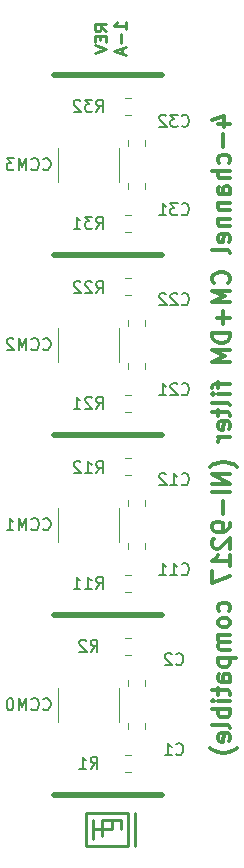
<source format=gbr>
G04 #@! TF.GenerationSoftware,KiCad,Pcbnew,(5.99.0-7355-g8781ce7efb)*
G04 #@! TF.CreationDate,2021-03-09T10:35:05+01:00*
G04 #@! TF.ProjectId,NI9217Filter,4e493932-3137-4466-996c-7465722e6b69,rev?*
G04 #@! TF.SameCoordinates,Original*
G04 #@! TF.FileFunction,Legend,Bot*
G04 #@! TF.FilePolarity,Positive*
%FSLAX46Y46*%
G04 Gerber Fmt 4.6, Leading zero omitted, Abs format (unit mm)*
G04 Created by KiCad (PCBNEW (5.99.0-7355-g8781ce7efb)) date 2021-03-09 10:35:05*
%MOMM*%
%LPD*%
G01*
G04 APERTURE LIST*
%ADD10C,0.500000*%
%ADD11C,0.250000*%
%ADD12C,0.300000*%
%ADD13C,0.150000*%
%ADD14C,0.120000*%
G04 APERTURE END LIST*
D10*
X140716000Y-132080000D02*
X149860000Y-132080000D01*
X140716000Y-116840000D02*
X149860000Y-116840000D01*
X140716000Y-101600000D02*
X149860000Y-101600000D01*
X140716000Y-86360000D02*
X149860000Y-86360000D01*
X140716000Y-71120000D02*
X149860000Y-71120000D01*
D11*
X145600000Y-135000000D02*
X145600000Y-134200000D01*
X144800000Y-135000000D02*
X144800000Y-135600000D01*
X144800000Y-134200000D02*
X146400000Y-134200000D01*
X143400000Y-136400000D02*
X143400000Y-133600000D01*
X146400000Y-134200000D02*
X146400000Y-135000000D01*
X147000000Y-133600000D02*
X147000000Y-136400000D01*
X144800000Y-135000000D02*
X144800000Y-134200000D01*
X144000000Y-135800000D02*
X144000000Y-134200000D01*
X143400000Y-133600000D02*
X147000000Y-133600000D01*
X144800000Y-135000000D02*
X145600000Y-135000000D01*
X147000000Y-136400000D02*
X143400000Y-136400000D01*
X144000000Y-135000000D02*
X144800000Y-135000000D01*
X147600000Y-136400000D02*
X147600000Y-133600000D01*
X145147380Y-67428571D02*
X144671190Y-67095238D01*
X145147380Y-66857142D02*
X144147380Y-66857142D01*
X144147380Y-67238095D01*
X144195000Y-67333333D01*
X144242619Y-67380952D01*
X144337857Y-67428571D01*
X144480714Y-67428571D01*
X144575952Y-67380952D01*
X144623571Y-67333333D01*
X144671190Y-67238095D01*
X144671190Y-66857142D01*
X144623571Y-67857142D02*
X144623571Y-68190476D01*
X145147380Y-68333333D02*
X145147380Y-67857142D01*
X144147380Y-67857142D01*
X144147380Y-68333333D01*
X144147380Y-68619047D02*
X145147380Y-68952380D01*
X144147380Y-69285714D01*
X146757380Y-67238095D02*
X146757380Y-66666666D01*
X146757380Y-66952380D02*
X145757380Y-66952380D01*
X145900238Y-66857142D01*
X145995476Y-66761904D01*
X146043095Y-66666666D01*
X146376428Y-67666666D02*
X146376428Y-68428571D01*
X146471666Y-68857142D02*
X146471666Y-69333333D01*
X146757380Y-68761904D02*
X145757380Y-69095238D01*
X146757380Y-69428571D01*
D12*
X154618571Y-75314285D02*
X155618571Y-75314285D01*
X154047142Y-74957142D02*
X155118571Y-74600000D01*
X155118571Y-75528571D01*
X155047142Y-76100000D02*
X155047142Y-77242857D01*
X155547142Y-78600000D02*
X155618571Y-78457142D01*
X155618571Y-78171428D01*
X155547142Y-78028571D01*
X155475714Y-77957142D01*
X155332857Y-77885714D01*
X154904285Y-77885714D01*
X154761428Y-77957142D01*
X154690000Y-78028571D01*
X154618571Y-78171428D01*
X154618571Y-78457142D01*
X154690000Y-78600000D01*
X155618571Y-79242857D02*
X154118571Y-79242857D01*
X155618571Y-79885714D02*
X154832857Y-79885714D01*
X154690000Y-79814285D01*
X154618571Y-79671428D01*
X154618571Y-79457142D01*
X154690000Y-79314285D01*
X154761428Y-79242857D01*
X155618571Y-81242857D02*
X154832857Y-81242857D01*
X154690000Y-81171428D01*
X154618571Y-81028571D01*
X154618571Y-80742857D01*
X154690000Y-80600000D01*
X155547142Y-81242857D02*
X155618571Y-81100000D01*
X155618571Y-80742857D01*
X155547142Y-80600000D01*
X155404285Y-80528571D01*
X155261428Y-80528571D01*
X155118571Y-80600000D01*
X155047142Y-80742857D01*
X155047142Y-81100000D01*
X154975714Y-81242857D01*
X154618571Y-81957142D02*
X155618571Y-81957142D01*
X154761428Y-81957142D02*
X154690000Y-82028571D01*
X154618571Y-82171428D01*
X154618571Y-82385714D01*
X154690000Y-82528571D01*
X154832857Y-82600000D01*
X155618571Y-82600000D01*
X154618571Y-83314285D02*
X155618571Y-83314285D01*
X154761428Y-83314285D02*
X154690000Y-83385714D01*
X154618571Y-83528571D01*
X154618571Y-83742857D01*
X154690000Y-83885714D01*
X154832857Y-83957142D01*
X155618571Y-83957142D01*
X155547142Y-85242857D02*
X155618571Y-85100000D01*
X155618571Y-84814285D01*
X155547142Y-84671428D01*
X155404285Y-84600000D01*
X154832857Y-84600000D01*
X154690000Y-84671428D01*
X154618571Y-84814285D01*
X154618571Y-85100000D01*
X154690000Y-85242857D01*
X154832857Y-85314285D01*
X154975714Y-85314285D01*
X155118571Y-84600000D01*
X155618571Y-86171428D02*
X155547142Y-86028571D01*
X155404285Y-85957142D01*
X154118571Y-85957142D01*
X155475714Y-88742857D02*
X155547142Y-88671428D01*
X155618571Y-88457142D01*
X155618571Y-88314285D01*
X155547142Y-88100000D01*
X155404285Y-87957142D01*
X155261428Y-87885714D01*
X154975714Y-87814285D01*
X154761428Y-87814285D01*
X154475714Y-87885714D01*
X154332857Y-87957142D01*
X154190000Y-88100000D01*
X154118571Y-88314285D01*
X154118571Y-88457142D01*
X154190000Y-88671428D01*
X154261428Y-88742857D01*
X155618571Y-89385714D02*
X154118571Y-89385714D01*
X155190000Y-89885714D01*
X154118571Y-90385714D01*
X155618571Y-90385714D01*
X155047142Y-91100000D02*
X155047142Y-92242857D01*
X155618571Y-91671428D02*
X154475714Y-91671428D01*
X155618571Y-92957142D02*
X154118571Y-92957142D01*
X154118571Y-93314285D01*
X154190000Y-93528571D01*
X154332857Y-93671428D01*
X154475714Y-93742857D01*
X154761428Y-93814285D01*
X154975714Y-93814285D01*
X155261428Y-93742857D01*
X155404285Y-93671428D01*
X155547142Y-93528571D01*
X155618571Y-93314285D01*
X155618571Y-92957142D01*
X155618571Y-94457142D02*
X154118571Y-94457142D01*
X155190000Y-94957142D01*
X154118571Y-95457142D01*
X155618571Y-95457142D01*
X154618571Y-97100000D02*
X154618571Y-97671428D01*
X155618571Y-97314285D02*
X154332857Y-97314285D01*
X154190000Y-97385714D01*
X154118571Y-97528571D01*
X154118571Y-97671428D01*
X155618571Y-98171428D02*
X154618571Y-98171428D01*
X154118571Y-98171428D02*
X154190000Y-98100000D01*
X154261428Y-98171428D01*
X154190000Y-98242857D01*
X154118571Y-98171428D01*
X154261428Y-98171428D01*
X155618571Y-99100000D02*
X155547142Y-98957142D01*
X155404285Y-98885714D01*
X154118571Y-98885714D01*
X154618571Y-99457142D02*
X154618571Y-100028571D01*
X154118571Y-99671428D02*
X155404285Y-99671428D01*
X155547142Y-99742857D01*
X155618571Y-99885714D01*
X155618571Y-100028571D01*
X155547142Y-101100000D02*
X155618571Y-100957142D01*
X155618571Y-100671428D01*
X155547142Y-100528571D01*
X155404285Y-100457142D01*
X154832857Y-100457142D01*
X154690000Y-100528571D01*
X154618571Y-100671428D01*
X154618571Y-100957142D01*
X154690000Y-101100000D01*
X154832857Y-101171428D01*
X154975714Y-101171428D01*
X155118571Y-100457142D01*
X155618571Y-101814285D02*
X154618571Y-101814285D01*
X154904285Y-101814285D02*
X154761428Y-101885714D01*
X154690000Y-101957142D01*
X154618571Y-102100000D01*
X154618571Y-102242857D01*
X156190000Y-104314285D02*
X156118571Y-104242857D01*
X155904285Y-104100000D01*
X155761428Y-104028571D01*
X155547142Y-103957142D01*
X155190000Y-103885714D01*
X154904285Y-103885714D01*
X154547142Y-103957142D01*
X154332857Y-104028571D01*
X154190000Y-104100000D01*
X153975714Y-104242857D01*
X153904285Y-104314285D01*
X155618571Y-104885714D02*
X154118571Y-104885714D01*
X155618571Y-105742857D01*
X154118571Y-105742857D01*
X155618571Y-106457142D02*
X154118571Y-106457142D01*
X155047142Y-107171428D02*
X155047142Y-108314285D01*
X155618571Y-109100000D02*
X155618571Y-109385714D01*
X155547142Y-109528571D01*
X155475714Y-109600000D01*
X155261428Y-109742857D01*
X154975714Y-109814285D01*
X154404285Y-109814285D01*
X154261428Y-109742857D01*
X154190000Y-109671428D01*
X154118571Y-109528571D01*
X154118571Y-109242857D01*
X154190000Y-109100000D01*
X154261428Y-109028571D01*
X154404285Y-108957142D01*
X154761428Y-108957142D01*
X154904285Y-109028571D01*
X154975714Y-109100000D01*
X155047142Y-109242857D01*
X155047142Y-109528571D01*
X154975714Y-109671428D01*
X154904285Y-109742857D01*
X154761428Y-109814285D01*
X154261428Y-110385714D02*
X154190000Y-110457142D01*
X154118571Y-110600000D01*
X154118571Y-110957142D01*
X154190000Y-111100000D01*
X154261428Y-111171428D01*
X154404285Y-111242857D01*
X154547142Y-111242857D01*
X154761428Y-111171428D01*
X155618571Y-110314285D01*
X155618571Y-111242857D01*
X155618571Y-112671428D02*
X155618571Y-111814285D01*
X155618571Y-112242857D02*
X154118571Y-112242857D01*
X154332857Y-112100000D01*
X154475714Y-111957142D01*
X154547142Y-111814285D01*
X154118571Y-113171428D02*
X154118571Y-114171428D01*
X155618571Y-113528571D01*
X155547142Y-116528571D02*
X155618571Y-116385714D01*
X155618571Y-116100000D01*
X155547142Y-115957142D01*
X155475714Y-115885714D01*
X155332857Y-115814285D01*
X154904285Y-115814285D01*
X154761428Y-115885714D01*
X154690000Y-115957142D01*
X154618571Y-116100000D01*
X154618571Y-116385714D01*
X154690000Y-116528571D01*
X155618571Y-117385714D02*
X155547142Y-117242857D01*
X155475714Y-117171428D01*
X155332857Y-117100000D01*
X154904285Y-117100000D01*
X154761428Y-117171428D01*
X154690000Y-117242857D01*
X154618571Y-117385714D01*
X154618571Y-117600000D01*
X154690000Y-117742857D01*
X154761428Y-117814285D01*
X154904285Y-117885714D01*
X155332857Y-117885714D01*
X155475714Y-117814285D01*
X155547142Y-117742857D01*
X155618571Y-117600000D01*
X155618571Y-117385714D01*
X155618571Y-118528571D02*
X154618571Y-118528571D01*
X154761428Y-118528571D02*
X154690000Y-118600000D01*
X154618571Y-118742857D01*
X154618571Y-118957142D01*
X154690000Y-119100000D01*
X154832857Y-119171428D01*
X155618571Y-119171428D01*
X154832857Y-119171428D02*
X154690000Y-119242857D01*
X154618571Y-119385714D01*
X154618571Y-119600000D01*
X154690000Y-119742857D01*
X154832857Y-119814285D01*
X155618571Y-119814285D01*
X154618571Y-120528571D02*
X156118571Y-120528571D01*
X154690000Y-120528571D02*
X154618571Y-120671428D01*
X154618571Y-120957142D01*
X154690000Y-121100000D01*
X154761428Y-121171428D01*
X154904285Y-121242857D01*
X155332857Y-121242857D01*
X155475714Y-121171428D01*
X155547142Y-121100000D01*
X155618571Y-120957142D01*
X155618571Y-120671428D01*
X155547142Y-120528571D01*
X155618571Y-122528571D02*
X154832857Y-122528571D01*
X154690000Y-122457142D01*
X154618571Y-122314285D01*
X154618571Y-122028571D01*
X154690000Y-121885714D01*
X155547142Y-122528571D02*
X155618571Y-122385714D01*
X155618571Y-122028571D01*
X155547142Y-121885714D01*
X155404285Y-121814285D01*
X155261428Y-121814285D01*
X155118571Y-121885714D01*
X155047142Y-122028571D01*
X155047142Y-122385714D01*
X154975714Y-122528571D01*
X154618571Y-123028571D02*
X154618571Y-123600000D01*
X154118571Y-123242857D02*
X155404285Y-123242857D01*
X155547142Y-123314285D01*
X155618571Y-123457142D01*
X155618571Y-123600000D01*
X155618571Y-124100000D02*
X154618571Y-124100000D01*
X154118571Y-124100000D02*
X154190000Y-124028571D01*
X154261428Y-124100000D01*
X154190000Y-124171428D01*
X154118571Y-124100000D01*
X154261428Y-124100000D01*
X155618571Y-124814285D02*
X154118571Y-124814285D01*
X154690000Y-124814285D02*
X154618571Y-124957142D01*
X154618571Y-125242857D01*
X154690000Y-125385714D01*
X154761428Y-125457142D01*
X154904285Y-125528571D01*
X155332857Y-125528571D01*
X155475714Y-125457142D01*
X155547142Y-125385714D01*
X155618571Y-125242857D01*
X155618571Y-124957142D01*
X155547142Y-124814285D01*
X155618571Y-126385714D02*
X155547142Y-126242857D01*
X155404285Y-126171428D01*
X154118571Y-126171428D01*
X155547142Y-127528571D02*
X155618571Y-127385714D01*
X155618571Y-127100000D01*
X155547142Y-126957142D01*
X155404285Y-126885714D01*
X154832857Y-126885714D01*
X154690000Y-126957142D01*
X154618571Y-127100000D01*
X154618571Y-127385714D01*
X154690000Y-127528571D01*
X154832857Y-127600000D01*
X154975714Y-127600000D01*
X155118571Y-126885714D01*
X156190000Y-128100000D02*
X156118571Y-128171428D01*
X155904285Y-128314285D01*
X155761428Y-128385714D01*
X155547142Y-128457142D01*
X155190000Y-128528571D01*
X154904285Y-128528571D01*
X154547142Y-128457142D01*
X154332857Y-128385714D01*
X154190000Y-128314285D01*
X153975714Y-128171428D01*
X153904285Y-128100000D01*
D13*
X143803666Y-129865380D02*
X144137000Y-129389190D01*
X144375095Y-129865380D02*
X144375095Y-128865380D01*
X143994142Y-128865380D01*
X143898904Y-128913000D01*
X143851285Y-128960619D01*
X143803666Y-129055857D01*
X143803666Y-129198714D01*
X143851285Y-129293952D01*
X143898904Y-129341571D01*
X143994142Y-129389190D01*
X144375095Y-129389190D01*
X142851285Y-129865380D02*
X143422714Y-129865380D01*
X143137000Y-129865380D02*
X143137000Y-128865380D01*
X143232238Y-129008238D01*
X143327476Y-129103476D01*
X143422714Y-129151095D01*
X151042666Y-128627142D02*
X151090285Y-128674761D01*
X151233142Y-128722380D01*
X151328380Y-128722380D01*
X151471238Y-128674761D01*
X151566476Y-128579523D01*
X151614095Y-128484285D01*
X151661714Y-128293809D01*
X151661714Y-128150952D01*
X151614095Y-127960476D01*
X151566476Y-127865238D01*
X151471238Y-127770000D01*
X151328380Y-127722380D01*
X151233142Y-127722380D01*
X151090285Y-127770000D01*
X151042666Y-127817619D01*
X150090285Y-128722380D02*
X150661714Y-128722380D01*
X150376000Y-128722380D02*
X150376000Y-127722380D01*
X150471238Y-127865238D01*
X150566476Y-127960476D01*
X150661714Y-128008095D01*
X151042666Y-121007142D02*
X151090285Y-121054761D01*
X151233142Y-121102380D01*
X151328380Y-121102380D01*
X151471238Y-121054761D01*
X151566476Y-120959523D01*
X151614095Y-120864285D01*
X151661714Y-120673809D01*
X151661714Y-120530952D01*
X151614095Y-120340476D01*
X151566476Y-120245238D01*
X151471238Y-120150000D01*
X151328380Y-120102380D01*
X151233142Y-120102380D01*
X151090285Y-120150000D01*
X151042666Y-120197619D01*
X150661714Y-120197619D02*
X150614095Y-120150000D01*
X150518857Y-120102380D01*
X150280761Y-120102380D01*
X150185523Y-120150000D01*
X150137904Y-120197619D01*
X150090285Y-120292857D01*
X150090285Y-120388095D01*
X150137904Y-120530952D01*
X150709333Y-121102380D01*
X150090285Y-121102380D01*
X139795095Y-124817142D02*
X139842714Y-124864761D01*
X139985571Y-124912380D01*
X140080809Y-124912380D01*
X140223666Y-124864761D01*
X140318904Y-124769523D01*
X140366523Y-124674285D01*
X140414142Y-124483809D01*
X140414142Y-124340952D01*
X140366523Y-124150476D01*
X140318904Y-124055238D01*
X140223666Y-123960000D01*
X140080809Y-123912380D01*
X139985571Y-123912380D01*
X139842714Y-123960000D01*
X139795095Y-124007619D01*
X138795095Y-124817142D02*
X138842714Y-124864761D01*
X138985571Y-124912380D01*
X139080809Y-124912380D01*
X139223666Y-124864761D01*
X139318904Y-124769523D01*
X139366523Y-124674285D01*
X139414142Y-124483809D01*
X139414142Y-124340952D01*
X139366523Y-124150476D01*
X139318904Y-124055238D01*
X139223666Y-123960000D01*
X139080809Y-123912380D01*
X138985571Y-123912380D01*
X138842714Y-123960000D01*
X138795095Y-124007619D01*
X138366523Y-124912380D02*
X138366523Y-123912380D01*
X138033190Y-124626666D01*
X137699857Y-123912380D01*
X137699857Y-124912380D01*
X137033190Y-123912380D02*
X136937952Y-123912380D01*
X136842714Y-123960000D01*
X136795095Y-124007619D01*
X136747476Y-124102857D01*
X136699857Y-124293333D01*
X136699857Y-124531428D01*
X136747476Y-124721904D01*
X136795095Y-124817142D01*
X136842714Y-124864761D01*
X136937952Y-124912380D01*
X137033190Y-124912380D01*
X137128428Y-124864761D01*
X137176047Y-124817142D01*
X137223666Y-124721904D01*
X137271285Y-124531428D01*
X137271285Y-124293333D01*
X137223666Y-124102857D01*
X137176047Y-124007619D01*
X137128428Y-123960000D01*
X137033190Y-123912380D01*
X139795095Y-109577142D02*
X139842714Y-109624761D01*
X139985571Y-109672380D01*
X140080809Y-109672380D01*
X140223666Y-109624761D01*
X140318904Y-109529523D01*
X140366523Y-109434285D01*
X140414142Y-109243809D01*
X140414142Y-109100952D01*
X140366523Y-108910476D01*
X140318904Y-108815238D01*
X140223666Y-108720000D01*
X140080809Y-108672380D01*
X139985571Y-108672380D01*
X139842714Y-108720000D01*
X139795095Y-108767619D01*
X138795095Y-109577142D02*
X138842714Y-109624761D01*
X138985571Y-109672380D01*
X139080809Y-109672380D01*
X139223666Y-109624761D01*
X139318904Y-109529523D01*
X139366523Y-109434285D01*
X139414142Y-109243809D01*
X139414142Y-109100952D01*
X139366523Y-108910476D01*
X139318904Y-108815238D01*
X139223666Y-108720000D01*
X139080809Y-108672380D01*
X138985571Y-108672380D01*
X138842714Y-108720000D01*
X138795095Y-108767619D01*
X138366523Y-109672380D02*
X138366523Y-108672380D01*
X138033190Y-109386666D01*
X137699857Y-108672380D01*
X137699857Y-109672380D01*
X136699857Y-109672380D02*
X137271285Y-109672380D01*
X136985571Y-109672380D02*
X136985571Y-108672380D01*
X137080809Y-108815238D01*
X137176047Y-108910476D01*
X137271285Y-108958095D01*
X143803666Y-119959380D02*
X144137000Y-119483190D01*
X144375095Y-119959380D02*
X144375095Y-118959380D01*
X143994142Y-118959380D01*
X143898904Y-119007000D01*
X143851285Y-119054619D01*
X143803666Y-119149857D01*
X143803666Y-119292714D01*
X143851285Y-119387952D01*
X143898904Y-119435571D01*
X143994142Y-119483190D01*
X144375095Y-119483190D01*
X143422714Y-119054619D02*
X143375095Y-119007000D01*
X143279857Y-118959380D01*
X143041761Y-118959380D01*
X142946523Y-119007000D01*
X142898904Y-119054619D01*
X142851285Y-119149857D01*
X142851285Y-119245095D01*
X142898904Y-119387952D01*
X143470333Y-119959380D01*
X142851285Y-119959380D01*
X144279857Y-114625380D02*
X144613190Y-114149190D01*
X144851285Y-114625380D02*
X144851285Y-113625380D01*
X144470333Y-113625380D01*
X144375095Y-113673000D01*
X144327476Y-113720619D01*
X144279857Y-113815857D01*
X144279857Y-113958714D01*
X144327476Y-114053952D01*
X144375095Y-114101571D01*
X144470333Y-114149190D01*
X144851285Y-114149190D01*
X143327476Y-114625380D02*
X143898904Y-114625380D01*
X143613190Y-114625380D02*
X143613190Y-113625380D01*
X143708428Y-113768238D01*
X143803666Y-113863476D01*
X143898904Y-113911095D01*
X142375095Y-114625380D02*
X142946523Y-114625380D01*
X142660809Y-114625380D02*
X142660809Y-113625380D01*
X142756047Y-113768238D01*
X142851285Y-113863476D01*
X142946523Y-113911095D01*
X144279857Y-104846380D02*
X144613190Y-104370190D01*
X144851285Y-104846380D02*
X144851285Y-103846380D01*
X144470333Y-103846380D01*
X144375095Y-103894000D01*
X144327476Y-103941619D01*
X144279857Y-104036857D01*
X144279857Y-104179714D01*
X144327476Y-104274952D01*
X144375095Y-104322571D01*
X144470333Y-104370190D01*
X144851285Y-104370190D01*
X143327476Y-104846380D02*
X143898904Y-104846380D01*
X143613190Y-104846380D02*
X143613190Y-103846380D01*
X143708428Y-103989238D01*
X143803666Y-104084476D01*
X143898904Y-104132095D01*
X142946523Y-103941619D02*
X142898904Y-103894000D01*
X142803666Y-103846380D01*
X142565571Y-103846380D01*
X142470333Y-103894000D01*
X142422714Y-103941619D01*
X142375095Y-104036857D01*
X142375095Y-104132095D01*
X142422714Y-104274952D01*
X142994142Y-104846380D01*
X142375095Y-104846380D01*
X151518857Y-105767142D02*
X151566476Y-105814761D01*
X151709333Y-105862380D01*
X151804571Y-105862380D01*
X151947428Y-105814761D01*
X152042666Y-105719523D01*
X152090285Y-105624285D01*
X152137904Y-105433809D01*
X152137904Y-105290952D01*
X152090285Y-105100476D01*
X152042666Y-105005238D01*
X151947428Y-104910000D01*
X151804571Y-104862380D01*
X151709333Y-104862380D01*
X151566476Y-104910000D01*
X151518857Y-104957619D01*
X150566476Y-105862380D02*
X151137904Y-105862380D01*
X150852190Y-105862380D02*
X150852190Y-104862380D01*
X150947428Y-105005238D01*
X151042666Y-105100476D01*
X151137904Y-105148095D01*
X150185523Y-104957619D02*
X150137904Y-104910000D01*
X150042666Y-104862380D01*
X149804571Y-104862380D01*
X149709333Y-104910000D01*
X149661714Y-104957619D01*
X149614095Y-105052857D01*
X149614095Y-105148095D01*
X149661714Y-105290952D01*
X150233142Y-105862380D01*
X149614095Y-105862380D01*
X151518857Y-113387142D02*
X151566476Y-113434761D01*
X151709333Y-113482380D01*
X151804571Y-113482380D01*
X151947428Y-113434761D01*
X152042666Y-113339523D01*
X152090285Y-113244285D01*
X152137904Y-113053809D01*
X152137904Y-112910952D01*
X152090285Y-112720476D01*
X152042666Y-112625238D01*
X151947428Y-112530000D01*
X151804571Y-112482380D01*
X151709333Y-112482380D01*
X151566476Y-112530000D01*
X151518857Y-112577619D01*
X150566476Y-113482380D02*
X151137904Y-113482380D01*
X150852190Y-113482380D02*
X150852190Y-112482380D01*
X150947428Y-112625238D01*
X151042666Y-112720476D01*
X151137904Y-112768095D01*
X149614095Y-113482380D02*
X150185523Y-113482380D01*
X149899809Y-113482380D02*
X149899809Y-112482380D01*
X149995047Y-112625238D01*
X150090285Y-112720476D01*
X150185523Y-112768095D01*
X139795095Y-94337142D02*
X139842714Y-94384761D01*
X139985571Y-94432380D01*
X140080809Y-94432380D01*
X140223666Y-94384761D01*
X140318904Y-94289523D01*
X140366523Y-94194285D01*
X140414142Y-94003809D01*
X140414142Y-93860952D01*
X140366523Y-93670476D01*
X140318904Y-93575238D01*
X140223666Y-93480000D01*
X140080809Y-93432380D01*
X139985571Y-93432380D01*
X139842714Y-93480000D01*
X139795095Y-93527619D01*
X138795095Y-94337142D02*
X138842714Y-94384761D01*
X138985571Y-94432380D01*
X139080809Y-94432380D01*
X139223666Y-94384761D01*
X139318904Y-94289523D01*
X139366523Y-94194285D01*
X139414142Y-94003809D01*
X139414142Y-93860952D01*
X139366523Y-93670476D01*
X139318904Y-93575238D01*
X139223666Y-93480000D01*
X139080809Y-93432380D01*
X138985571Y-93432380D01*
X138842714Y-93480000D01*
X138795095Y-93527619D01*
X138366523Y-94432380D02*
X138366523Y-93432380D01*
X138033190Y-94146666D01*
X137699857Y-93432380D01*
X137699857Y-94432380D01*
X137271285Y-93527619D02*
X137223666Y-93480000D01*
X137128428Y-93432380D01*
X136890333Y-93432380D01*
X136795095Y-93480000D01*
X136747476Y-93527619D01*
X136699857Y-93622857D01*
X136699857Y-93718095D01*
X136747476Y-93860952D01*
X137318904Y-94432380D01*
X136699857Y-94432380D01*
X144279857Y-99385380D02*
X144613190Y-98909190D01*
X144851285Y-99385380D02*
X144851285Y-98385380D01*
X144470333Y-98385380D01*
X144375095Y-98433000D01*
X144327476Y-98480619D01*
X144279857Y-98575857D01*
X144279857Y-98718714D01*
X144327476Y-98813952D01*
X144375095Y-98861571D01*
X144470333Y-98909190D01*
X144851285Y-98909190D01*
X143898904Y-98480619D02*
X143851285Y-98433000D01*
X143756047Y-98385380D01*
X143517952Y-98385380D01*
X143422714Y-98433000D01*
X143375095Y-98480619D01*
X143327476Y-98575857D01*
X143327476Y-98671095D01*
X143375095Y-98813952D01*
X143946523Y-99385380D01*
X143327476Y-99385380D01*
X142375095Y-99385380D02*
X142946523Y-99385380D01*
X142660809Y-99385380D02*
X142660809Y-98385380D01*
X142756047Y-98528238D01*
X142851285Y-98623476D01*
X142946523Y-98671095D01*
X144279857Y-89606380D02*
X144613190Y-89130190D01*
X144851285Y-89606380D02*
X144851285Y-88606380D01*
X144470333Y-88606380D01*
X144375095Y-88654000D01*
X144327476Y-88701619D01*
X144279857Y-88796857D01*
X144279857Y-88939714D01*
X144327476Y-89034952D01*
X144375095Y-89082571D01*
X144470333Y-89130190D01*
X144851285Y-89130190D01*
X143898904Y-88701619D02*
X143851285Y-88654000D01*
X143756047Y-88606380D01*
X143517952Y-88606380D01*
X143422714Y-88654000D01*
X143375095Y-88701619D01*
X143327476Y-88796857D01*
X143327476Y-88892095D01*
X143375095Y-89034952D01*
X143946523Y-89606380D01*
X143327476Y-89606380D01*
X142946523Y-88701619D02*
X142898904Y-88654000D01*
X142803666Y-88606380D01*
X142565571Y-88606380D01*
X142470333Y-88654000D01*
X142422714Y-88701619D01*
X142375095Y-88796857D01*
X142375095Y-88892095D01*
X142422714Y-89034952D01*
X142994142Y-89606380D01*
X142375095Y-89606380D01*
X151518857Y-90527142D02*
X151566476Y-90574761D01*
X151709333Y-90622380D01*
X151804571Y-90622380D01*
X151947428Y-90574761D01*
X152042666Y-90479523D01*
X152090285Y-90384285D01*
X152137904Y-90193809D01*
X152137904Y-90050952D01*
X152090285Y-89860476D01*
X152042666Y-89765238D01*
X151947428Y-89670000D01*
X151804571Y-89622380D01*
X151709333Y-89622380D01*
X151566476Y-89670000D01*
X151518857Y-89717619D01*
X151137904Y-89717619D02*
X151090285Y-89670000D01*
X150995047Y-89622380D01*
X150756952Y-89622380D01*
X150661714Y-89670000D01*
X150614095Y-89717619D01*
X150566476Y-89812857D01*
X150566476Y-89908095D01*
X150614095Y-90050952D01*
X151185523Y-90622380D01*
X150566476Y-90622380D01*
X150185523Y-89717619D02*
X150137904Y-89670000D01*
X150042666Y-89622380D01*
X149804571Y-89622380D01*
X149709333Y-89670000D01*
X149661714Y-89717619D01*
X149614095Y-89812857D01*
X149614095Y-89908095D01*
X149661714Y-90050952D01*
X150233142Y-90622380D01*
X149614095Y-90622380D01*
X151518857Y-82907142D02*
X151566476Y-82954761D01*
X151709333Y-83002380D01*
X151804571Y-83002380D01*
X151947428Y-82954761D01*
X152042666Y-82859523D01*
X152090285Y-82764285D01*
X152137904Y-82573809D01*
X152137904Y-82430952D01*
X152090285Y-82240476D01*
X152042666Y-82145238D01*
X151947428Y-82050000D01*
X151804571Y-82002380D01*
X151709333Y-82002380D01*
X151566476Y-82050000D01*
X151518857Y-82097619D01*
X151185523Y-82002380D02*
X150566476Y-82002380D01*
X150899809Y-82383333D01*
X150756952Y-82383333D01*
X150661714Y-82430952D01*
X150614095Y-82478571D01*
X150566476Y-82573809D01*
X150566476Y-82811904D01*
X150614095Y-82907142D01*
X150661714Y-82954761D01*
X150756952Y-83002380D01*
X151042666Y-83002380D01*
X151137904Y-82954761D01*
X151185523Y-82907142D01*
X149614095Y-83002380D02*
X150185523Y-83002380D01*
X149899809Y-83002380D02*
X149899809Y-82002380D01*
X149995047Y-82145238D01*
X150090285Y-82240476D01*
X150185523Y-82288095D01*
X151518857Y-75414142D02*
X151566476Y-75461761D01*
X151709333Y-75509380D01*
X151804571Y-75509380D01*
X151947428Y-75461761D01*
X152042666Y-75366523D01*
X152090285Y-75271285D01*
X152137904Y-75080809D01*
X152137904Y-74937952D01*
X152090285Y-74747476D01*
X152042666Y-74652238D01*
X151947428Y-74557000D01*
X151804571Y-74509380D01*
X151709333Y-74509380D01*
X151566476Y-74557000D01*
X151518857Y-74604619D01*
X151185523Y-74509380D02*
X150566476Y-74509380D01*
X150899809Y-74890333D01*
X150756952Y-74890333D01*
X150661714Y-74937952D01*
X150614095Y-74985571D01*
X150566476Y-75080809D01*
X150566476Y-75318904D01*
X150614095Y-75414142D01*
X150661714Y-75461761D01*
X150756952Y-75509380D01*
X151042666Y-75509380D01*
X151137904Y-75461761D01*
X151185523Y-75414142D01*
X150185523Y-74604619D02*
X150137904Y-74557000D01*
X150042666Y-74509380D01*
X149804571Y-74509380D01*
X149709333Y-74557000D01*
X149661714Y-74604619D01*
X149614095Y-74699857D01*
X149614095Y-74795095D01*
X149661714Y-74937952D01*
X150233142Y-75509380D01*
X149614095Y-75509380D01*
X151518857Y-98147142D02*
X151566476Y-98194761D01*
X151709333Y-98242380D01*
X151804571Y-98242380D01*
X151947428Y-98194761D01*
X152042666Y-98099523D01*
X152090285Y-98004285D01*
X152137904Y-97813809D01*
X152137904Y-97670952D01*
X152090285Y-97480476D01*
X152042666Y-97385238D01*
X151947428Y-97290000D01*
X151804571Y-97242380D01*
X151709333Y-97242380D01*
X151566476Y-97290000D01*
X151518857Y-97337619D01*
X151137904Y-97337619D02*
X151090285Y-97290000D01*
X150995047Y-97242380D01*
X150756952Y-97242380D01*
X150661714Y-97290000D01*
X150614095Y-97337619D01*
X150566476Y-97432857D01*
X150566476Y-97528095D01*
X150614095Y-97670952D01*
X151185523Y-98242380D01*
X150566476Y-98242380D01*
X149614095Y-98242380D02*
X150185523Y-98242380D01*
X149899809Y-98242380D02*
X149899809Y-97242380D01*
X149995047Y-97385238D01*
X150090285Y-97480476D01*
X150185523Y-97528095D01*
X144279857Y-84145380D02*
X144613190Y-83669190D01*
X144851285Y-84145380D02*
X144851285Y-83145380D01*
X144470333Y-83145380D01*
X144375095Y-83193000D01*
X144327476Y-83240619D01*
X144279857Y-83335857D01*
X144279857Y-83478714D01*
X144327476Y-83573952D01*
X144375095Y-83621571D01*
X144470333Y-83669190D01*
X144851285Y-83669190D01*
X143946523Y-83145380D02*
X143327476Y-83145380D01*
X143660809Y-83526333D01*
X143517952Y-83526333D01*
X143422714Y-83573952D01*
X143375095Y-83621571D01*
X143327476Y-83716809D01*
X143327476Y-83954904D01*
X143375095Y-84050142D01*
X143422714Y-84097761D01*
X143517952Y-84145380D01*
X143803666Y-84145380D01*
X143898904Y-84097761D01*
X143946523Y-84050142D01*
X142375095Y-84145380D02*
X142946523Y-84145380D01*
X142660809Y-84145380D02*
X142660809Y-83145380D01*
X142756047Y-83288238D01*
X142851285Y-83383476D01*
X142946523Y-83431095D01*
X139795095Y-79097142D02*
X139842714Y-79144761D01*
X139985571Y-79192380D01*
X140080809Y-79192380D01*
X140223666Y-79144761D01*
X140318904Y-79049523D01*
X140366523Y-78954285D01*
X140414142Y-78763809D01*
X140414142Y-78620952D01*
X140366523Y-78430476D01*
X140318904Y-78335238D01*
X140223666Y-78240000D01*
X140080809Y-78192380D01*
X139985571Y-78192380D01*
X139842714Y-78240000D01*
X139795095Y-78287619D01*
X138795095Y-79097142D02*
X138842714Y-79144761D01*
X138985571Y-79192380D01*
X139080809Y-79192380D01*
X139223666Y-79144761D01*
X139318904Y-79049523D01*
X139366523Y-78954285D01*
X139414142Y-78763809D01*
X139414142Y-78620952D01*
X139366523Y-78430476D01*
X139318904Y-78335238D01*
X139223666Y-78240000D01*
X139080809Y-78192380D01*
X138985571Y-78192380D01*
X138842714Y-78240000D01*
X138795095Y-78287619D01*
X138366523Y-79192380D02*
X138366523Y-78192380D01*
X138033190Y-78906666D01*
X137699857Y-78192380D01*
X137699857Y-79192380D01*
X137318904Y-78192380D02*
X136699857Y-78192380D01*
X137033190Y-78573333D01*
X136890333Y-78573333D01*
X136795095Y-78620952D01*
X136747476Y-78668571D01*
X136699857Y-78763809D01*
X136699857Y-79001904D01*
X136747476Y-79097142D01*
X136795095Y-79144761D01*
X136890333Y-79192380D01*
X137176047Y-79192380D01*
X137271285Y-79144761D01*
X137318904Y-79097142D01*
X144279857Y-74239380D02*
X144613190Y-73763190D01*
X144851285Y-74239380D02*
X144851285Y-73239380D01*
X144470333Y-73239380D01*
X144375095Y-73287000D01*
X144327476Y-73334619D01*
X144279857Y-73429857D01*
X144279857Y-73572714D01*
X144327476Y-73667952D01*
X144375095Y-73715571D01*
X144470333Y-73763190D01*
X144851285Y-73763190D01*
X143946523Y-73239380D02*
X143327476Y-73239380D01*
X143660809Y-73620333D01*
X143517952Y-73620333D01*
X143422714Y-73667952D01*
X143375095Y-73715571D01*
X143327476Y-73810809D01*
X143327476Y-74048904D01*
X143375095Y-74144142D01*
X143422714Y-74191761D01*
X143517952Y-74239380D01*
X143803666Y-74239380D01*
X143898904Y-74191761D01*
X143946523Y-74144142D01*
X142946523Y-73334619D02*
X142898904Y-73287000D01*
X142803666Y-73239380D01*
X142565571Y-73239380D01*
X142470333Y-73287000D01*
X142422714Y-73334619D01*
X142375095Y-73429857D01*
X142375095Y-73525095D01*
X142422714Y-73667952D01*
X142994142Y-74239380D01*
X142375095Y-74239380D01*
D14*
X147246078Y-128703000D02*
X146728922Y-128703000D01*
X147246078Y-130123000D02*
X146728922Y-130123000D01*
X146991000Y-126545078D02*
X146991000Y-126027922D01*
X148411000Y-126545078D02*
X148411000Y-126027922D01*
X148411000Y-122892078D02*
X148411000Y-122374922D01*
X146991000Y-122892078D02*
X146991000Y-122374922D01*
X141027000Y-125875748D02*
X141027000Y-123044252D01*
X146247000Y-125875748D02*
X146247000Y-123044252D01*
X141027000Y-110635748D02*
X141027000Y-107804252D01*
X146247000Y-110635748D02*
X146247000Y-107804252D01*
X147246078Y-118797000D02*
X146728922Y-118797000D01*
X147246078Y-120217000D02*
X146728922Y-120217000D01*
X147246078Y-113463000D02*
X146728922Y-113463000D01*
X147246078Y-114883000D02*
X146728922Y-114883000D01*
X147246078Y-103557000D02*
X146728922Y-103557000D01*
X147246078Y-104977000D02*
X146728922Y-104977000D01*
X146991000Y-107652078D02*
X146991000Y-107134922D01*
X148411000Y-107652078D02*
X148411000Y-107134922D01*
X148411000Y-111305078D02*
X148411000Y-110787922D01*
X146991000Y-111305078D02*
X146991000Y-110787922D01*
X141027000Y-95395748D02*
X141027000Y-92564252D01*
X146247000Y-95395748D02*
X146247000Y-92564252D01*
X147246078Y-98223000D02*
X146728922Y-98223000D01*
X147246078Y-99643000D02*
X146728922Y-99643000D01*
X147246078Y-89737000D02*
X146728922Y-89737000D01*
X147246078Y-88317000D02*
X146728922Y-88317000D01*
X146991000Y-92412078D02*
X146991000Y-91894922D01*
X148411000Y-92412078D02*
X148411000Y-91894922D01*
X146991000Y-80825078D02*
X146991000Y-80307922D01*
X148411000Y-80825078D02*
X148411000Y-80307922D01*
X148411000Y-77172078D02*
X148411000Y-76654922D01*
X146991000Y-77172078D02*
X146991000Y-76654922D01*
X148411000Y-96065078D02*
X148411000Y-95547922D01*
X146991000Y-96065078D02*
X146991000Y-95547922D01*
X147246078Y-82983000D02*
X146728922Y-82983000D01*
X147246078Y-84403000D02*
X146728922Y-84403000D01*
X141027000Y-80155748D02*
X141027000Y-77324252D01*
X146247000Y-80155748D02*
X146247000Y-77324252D01*
X147246078Y-74497000D02*
X146728922Y-74497000D01*
X147246078Y-73077000D02*
X146728922Y-73077000D01*
M02*

</source>
